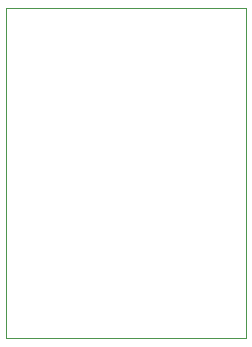
<source format=gbr>
%TF.GenerationSoftware,KiCad,Pcbnew,(5.1.8)-1*%
%TF.CreationDate,2022-11-11T23:15:09+03:00*%
%TF.ProjectId,273,3237332e-6b69-4636-9164-5f7063625858,rev?*%
%TF.SameCoordinates,Original*%
%TF.FileFunction,Profile,NP*%
%FSLAX46Y46*%
G04 Gerber Fmt 4.6, Leading zero omitted, Abs format (unit mm)*
G04 Created by KiCad (PCBNEW (5.1.8)-1) date 2022-11-11 23:15:09*
%MOMM*%
%LPD*%
G01*
G04 APERTURE LIST*
%TA.AperFunction,Profile*%
%ADD10C,0.050000*%
%TD*%
G04 APERTURE END LIST*
D10*
X69850000Y-58420000D02*
X69850000Y-30480000D01*
X90170000Y-58420000D02*
X69850000Y-58420000D01*
X90170000Y-30480000D02*
X90170000Y-58420000D01*
X69850000Y-30480000D02*
X90170000Y-30480000D01*
M02*

</source>
